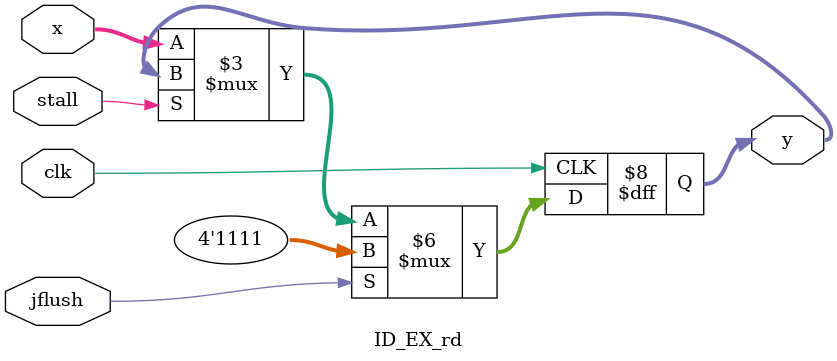
<source format=v>
module ID_EX_rd(stall, x, y,clk, jflush);
input stall,clk,jflush;
input [3:0] x;
output reg [3:0]y;

always @(posedge clk)begin
if(jflush)
y<=4'hf;
else if(stall)
y<=y;
else
y<=x;

end
endmodule

</source>
